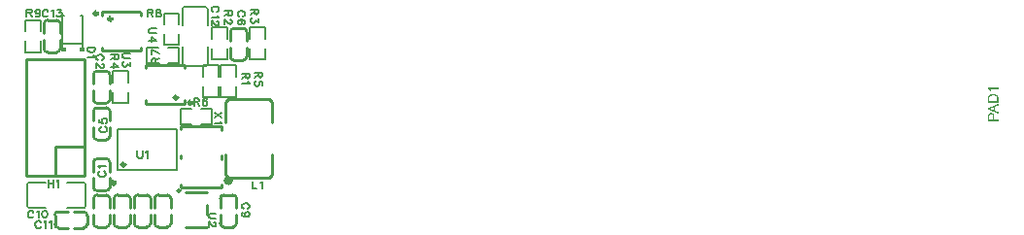
<source format=gto>
G04 Layer: TopSilkscreenLayer*
G04 EasyEDA Pro v1.9.26, 2022-12-23 16:25:00*
G04 Gerber Generator version 0.3*
G04 Scale: 100 percent, Rotated: No, Reflected: No*
G04 Dimensions in millimeters*
G04 Leading zeros omitted, absolute positions, 3 integers and 3 decimals*
%FSLAX33Y33*%
%MOMM*%
%ADD10C,0.1524*%
%ADD11C,0.254*%
%ADD12C,0.0254*%
%ADD13C,0.299999*%
%ADD14C,0.399999*%
G75*


G04 Text Start*
G04 //text: L1*
G54D10*
G01X21666Y-15568D02*
G01X21666Y-16218D01*
G01X21666Y-16218D02*
G01X22037Y-16218D01*
G01X22339Y-15692D02*
G01X22400Y-15659D01*
G01X22494Y-15568D01*
G01Y-16218D01*
G04 //text: C11*
G01X3208Y-19152D02*
G01X3178Y-19088D01*
G01X3114Y-19027D01*
G01X3053Y-18997D01*
G01X2929D01*
G01X2868Y-19027D01*
G01X2804Y-19088D01*
G01X2774Y-19152D01*
G01X2743Y-19243D01*
G01Y-19398D01*
G01X2774Y-19492D01*
G01X2804Y-19553D01*
G01X2868Y-19616D01*
G01X2929Y-19647D01*
G01X3053D01*
G01X3114Y-19616D01*
G01X3178Y-19553D01*
G01X3208Y-19492D01*
G01X3508Y-19121D02*
G01X3571Y-19088D01*
G01X3663Y-18997D01*
G01Y-19647D01*
G01X3965Y-19121D02*
G01X4026Y-19088D01*
G01X4120Y-18997D01*
G01Y-19647D01*
G04 //text: U1*
G01X11633Y-12901D02*
G01X11633Y-13365D01*
G01X11664Y-13457D01*
G01X11727Y-13520D01*
G01X11819Y-13551D01*
G01X11882D01*
G01X11974Y-13520D01*
G01X12035Y-13457D01*
G01X12068Y-13365D01*
G01Y-12901D01*
G01X12367Y-13025D02*
G01X12431Y-12992D01*
G01X12522Y-12901D01*
G01Y-13551D01*
G04 //text: C1*
G01X8362Y-14699D02*
G01X8299Y-14729D01*
G01X8238Y-14793D01*
G01X8207Y-14854D01*
G01Y-14978D01*
G01X8238Y-15039D01*
G01X8299Y-15103D01*
G01X8362Y-15133D01*
G01X8453Y-15164D01*
G01X8608D01*
G01X8702Y-15133D01*
G01X8763Y-15103D01*
G01X8827Y-15039D01*
G01X8857Y-14978D01*
G01Y-14854D01*
G01X8827Y-14793D01*
G01X8763Y-14729D01*
G01X8702Y-14699D01*
G01X8332Y-14399D02*
G01X8299Y-14336D01*
G01X8207Y-14244D01*
G01X8857D01*
G04 //text: C5*
G01X8482Y-10807D02*
G01X8419Y-10837D01*
G01X8358Y-10900D01*
G01X8327Y-10961D01*
G01Y-11086D01*
G01X8358Y-11147D01*
G01X8419Y-11210D01*
G01X8482Y-11241D01*
G01X8574Y-11271D01*
G01X8729D01*
G01X8822Y-11241D01*
G01X8883Y-11210D01*
G01X8947Y-11147D01*
G01X8977Y-11086D01*
G01Y-10961D01*
G01X8947Y-10900D01*
G01X8883Y-10837D01*
G01X8822Y-10807D01*
G01X8327Y-10133D02*
G01X8327Y-10443D01*
G01X8604Y-10474D01*
G01X8574Y-10443D01*
G01X8543Y-10352D01*
G01Y-10258D01*
G01X8574Y-10166D01*
G01X8637Y-10103D01*
G01X8729Y-10072D01*
G01X8792D01*
G01X8883Y-10103D01*
G01X8947Y-10166D01*
G01X8977Y-10258D01*
G01Y-10352D01*
G01X8947Y-10443D01*
G01X8914Y-10474D01*
G01X8853Y-10507D01*
G04 //text: R6*
G01X16586Y-8329D02*
G01X16586Y-8979D01*
G01X16586Y-8329D02*
G01X16866Y-8329D01*
G01X16957Y-8359D01*
G01X16988Y-8390D01*
G01X17021Y-8453D01*
G01Y-8514D01*
G01X16988Y-8575D01*
G01X16957Y-8606D01*
G01X16866Y-8639D01*
G01X16586D01*
G01X16802Y-8639D02*
G01X17021Y-8979D01*
G01X17691Y-8420D02*
G01X17661Y-8359D01*
G01X17569Y-8329D01*
G01X17506D01*
G01X17414Y-8359D01*
G01X17351Y-8453D01*
G01X17320Y-8606D01*
G01Y-8760D01*
G01X17351Y-8885D01*
G01X17414Y-8948D01*
G01X17506Y-8979D01*
G01X17536D01*
G01X17630Y-8948D01*
G01X17691Y-8885D01*
G01X17724Y-8793D01*
G01Y-8760D01*
G01X17691Y-8669D01*
G01X17630Y-8606D01*
G01X17536Y-8575D01*
G01X17506D01*
G01X17414Y-8606D01*
G01X17351Y-8669D01*
G01X17320Y-8760D01*
G04 //text: X1*
G01X18976Y-9601D02*
G01X18326Y-10036D01*
G01X18976Y-10036D02*
G01X18326Y-9601D01*
G01X18852Y-10335D02*
G01X18885Y-10399D01*
G01X18976Y-10490D01*
G01X18326D01*
G04 //text: U2*
G01X18468Y-18364D02*
G01X18004Y-18364D01*
G01X17912Y-18395D01*
G01X17849Y-18458D01*
G01X17818Y-18550D01*
G01Y-18613D01*
G01X17849Y-18705D01*
G01X17912Y-18766D01*
G01X18004Y-18799D01*
G01X18468D01*
G01X18313Y-19129D02*
G01X18344Y-19129D01*
G01X18407Y-19162D01*
G01X18438Y-19192D01*
G01X18468Y-19253D01*
G01Y-19378D01*
G01X18438Y-19439D01*
G01X18407Y-19469D01*
G01X18344Y-19502D01*
G01X18283D01*
G01X18222Y-19469D01*
G01X18128Y-19408D01*
G01X17818Y-19098D01*
G01Y-19533D01*
G04 //text: C9*
G01X21234Y-17940D02*
G01X21298Y-17910D01*
G01X21359Y-17846D01*
G01X21389Y-17785D01*
G01Y-17661D01*
G01X21359Y-17600D01*
G01X21298Y-17536D01*
G01X21234Y-17506D01*
G01X21143Y-17475D01*
G01X20988D01*
G01X20894Y-17506D01*
G01X20833Y-17536D01*
G01X20770Y-17600D01*
G01X20739Y-17661D01*
G01Y-17785D01*
G01X20770Y-17846D01*
G01X20833Y-17910D01*
G01X20894Y-17940D01*
G01X21173Y-18644D02*
G01X21079Y-18613D01*
G01X21019Y-18550D01*
G01X20988Y-18458D01*
G01Y-18425D01*
G01X21019Y-18334D01*
G01X21079Y-18273D01*
G01X21173Y-18240D01*
G01X21204D01*
G01X21298Y-18273D01*
G01X21359Y-18334D01*
G01X21389Y-18425D01*
G01Y-18458D01*
G01X21359Y-18550D01*
G01X21298Y-18613D01*
G01X21173Y-18644D01*
G01X21019D01*
G01X20864Y-18613D01*
G01X20770Y-18550D01*
G01X20739Y-18458D01*
G01Y-18395D01*
G01X20770Y-18303D01*
G01X20833Y-18273D01*
G04 //text: R7*
G01X12901Y-5258D02*
G01X13551Y-5258D01*
G01X12901Y-5258D02*
G01X12901Y-4978D01*
G01X12931Y-4887D01*
G01X12962Y-4856D01*
G01X13025Y-4823D01*
G01X13086D01*
G01X13147Y-4856D01*
G01X13178Y-4887D01*
G01X13211Y-4978D01*
G01Y-5258D01*
G01X13211Y-5042D02*
G01X13551Y-4823D01*
G01X12901Y-4089D02*
G01X13551Y-4399D01*
G01X12901Y-4524D02*
G01X12901Y-4089D01*
G04 //text: R8*
G01X12522Y-582D02*
G01X12522Y-1232D01*
G01X12522Y-582D02*
G01X12802Y-582D01*
G01X12893Y-612D01*
G01X12924Y-643D01*
G01X12957Y-706D01*
G01Y-767D01*
G01X12924Y-828D01*
G01X12893Y-859D01*
G01X12802Y-892D01*
G01X12522D01*
G01X12738Y-892D02*
G01X12957Y-1232D01*
G01X13411Y-582D02*
G01X13320Y-612D01*
G01X13287Y-673D01*
G01Y-737D01*
G01X13320Y-798D01*
G01X13381Y-828D01*
G01X13505Y-859D01*
G01X13597Y-892D01*
G01X13660Y-952D01*
G01X13691Y-1013D01*
G01Y-1107D01*
G01X13660Y-1168D01*
G01X13627Y-1201D01*
G01X13536Y-1232D01*
G01X13411D01*
G01X13320Y-1201D01*
G01X13287Y-1168D01*
G01X13256Y-1107D01*
G01Y-1013D01*
G01X13287Y-952D01*
G01X13350Y-892D01*
G01X13442Y-859D01*
G01X13566Y-828D01*
G01X13627Y-798D01*
G01X13660Y-737D01*
G01Y-673D01*
G01X13627Y-612D01*
G01X13536Y-582D01*
G01X13411D01*
G04 //text: C12*
G01X18567Y-795D02*
G01X18631Y-765D01*
G01X18692Y-701D01*
G01X18722Y-640D01*
G01Y-516D01*
G01X18692Y-455D01*
G01X18631Y-391D01*
G01X18567Y-361D01*
G01X18476Y-330D01*
G01X18321D01*
G01X18227Y-361D01*
G01X18166Y-391D01*
G01X18103Y-455D01*
G01X18072Y-516D01*
G01Y-640D01*
G01X18103Y-701D01*
G01X18166Y-765D01*
G01X18227Y-795D01*
G01X18598Y-1095D02*
G01X18631Y-1158D01*
G01X18722Y-1250D01*
G01X18072D01*
G01X18567Y-1582D02*
G01X18598Y-1582D01*
G01X18661Y-1613D01*
G01X18692Y-1643D01*
G01X18722Y-1707D01*
G01Y-1829D01*
G01X18692Y-1892D01*
G01X18661Y-1923D01*
G01X18598Y-1953D01*
G01X18537D01*
G01X18476Y-1923D01*
G01X18382Y-1862D01*
G01X18072Y-1552D01*
G01Y-1984D01*
G04 //text: C10*
G01X2573Y-18263D02*
G01X2543Y-18199D01*
G01X2479Y-18138D01*
G01X2418Y-18108D01*
G01X2294D01*
G01X2233Y-18138D01*
G01X2169Y-18199D01*
G01X2139Y-18263D01*
G01X2108Y-18354D01*
G01Y-18509D01*
G01X2139Y-18603D01*
G01X2169Y-18664D01*
G01X2233Y-18727D01*
G01X2294Y-18758D01*
G01X2418D01*
G01X2479Y-18727D01*
G01X2543Y-18664D01*
G01X2573Y-18603D01*
G01X2873Y-18232D02*
G01X2936Y-18199D01*
G01X3028Y-18108D01*
G01Y-18758D01*
G01X3515Y-18108D02*
G01X3421Y-18138D01*
G01X3360Y-18232D01*
G01X3330Y-18385D01*
G01Y-18478D01*
G01X3360Y-18633D01*
G01X3421Y-18727D01*
G01X3515Y-18758D01*
G01X3576D01*
G01X3670Y-18727D01*
G01X3731Y-18633D01*
G01X3762Y-18478D01*
G01Y-18385D01*
G01X3731Y-18232D01*
G01X3670Y-18138D01*
G01X3576Y-18108D01*
G01X3515D01*
G04 //text: C2*
G01X8534Y-4986D02*
G01X8598Y-4956D01*
G01X8659Y-4892D01*
G01X8689Y-4831D01*
G01Y-4707D01*
G01X8659Y-4646D01*
G01X8598Y-4582D01*
G01X8534Y-4552D01*
G01X8443Y-4521D01*
G01X8288D01*
G01X8194Y-4552D01*
G01X8133Y-4582D01*
G01X8070Y-4646D01*
G01X8039Y-4707D01*
G01Y-4831D01*
G01X8070Y-4892D01*
G01X8133Y-4956D01*
G01X8194Y-4986D01*
G01X8534Y-5319D02*
G01X8565Y-5319D01*
G01X8628Y-5349D01*
G01X8659Y-5380D01*
G01X8689Y-5441D01*
G01Y-5565D01*
G01X8659Y-5626D01*
G01X8628Y-5659D01*
G01X8565Y-5690D01*
G01X8504D01*
G01X8443Y-5659D01*
G01X8349Y-5596D01*
G01X8039Y-5286D01*
G01Y-5720D01*
G04 //text: R4*
G01X9959Y-4521D02*
G01X9309Y-4521D01*
G01X9959Y-4521D02*
G01X9959Y-4801D01*
G01X9929Y-4892D01*
G01X9898Y-4923D01*
G01X9835Y-4956D01*
G01X9774D01*
G01X9713Y-4923D01*
G01X9682Y-4892D01*
G01X9649Y-4801D01*
G01Y-4521D01*
G01X9649Y-4737D02*
G01X9309Y-4956D01*
G01X9959Y-5565D02*
G01X9528Y-5255D01*
G01Y-5720D01*
G01X9959Y-5565D02*
G01X9309Y-5565D01*
G04 //text: R2*
G01X19865Y-711D02*
G01X19215Y-711D01*
G01X19865Y-711D02*
G01X19865Y-991D01*
G01X19835Y-1082D01*
G01X19804Y-1113D01*
G01X19741Y-1146D01*
G01X19680D01*
G01X19619Y-1113D01*
G01X19588Y-1082D01*
G01X19555Y-991D01*
G01Y-711D01*
G01X19555Y-927D02*
G01X19215Y-1146D01*
G01X19710Y-1476D02*
G01X19741Y-1476D01*
G01X19804Y-1509D01*
G01X19835Y-1539D01*
G01X19865Y-1600D01*
G01Y-1725D01*
G01X19835Y-1786D01*
G01X19804Y-1816D01*
G01X19741Y-1849D01*
G01X19680D01*
G01X19619Y-1816D01*
G01X19525Y-1755D01*
G01X19215Y-1445D01*
G01Y-1880D01*
G04 //text: C6*
G01X20853Y-1176D02*
G01X20917Y-1146D01*
G01X20978Y-1082D01*
G01X21008Y-1021D01*
G01Y-897D01*
G01X20978Y-836D01*
G01X20917Y-772D01*
G01X20853Y-742D01*
G01X20762Y-711D01*
G01X20607D01*
G01X20513Y-742D01*
G01X20452Y-772D01*
G01X20389Y-836D01*
G01X20358Y-897D01*
G01Y-1021D01*
G01X20389Y-1082D01*
G01X20452Y-1146D01*
G01X20513Y-1176D01*
G01X20917Y-1849D02*
G01X20978Y-1816D01*
G01X21008Y-1725D01*
G01Y-1661D01*
G01X20978Y-1570D01*
G01X20884Y-1509D01*
G01X20731Y-1476D01*
G01X20577D01*
G01X20452Y-1509D01*
G01X20389Y-1570D01*
G01X20358Y-1661D01*
G01Y-1694D01*
G01X20389Y-1786D01*
G01X20452Y-1849D01*
G01X20544Y-1880D01*
G01X20577D01*
G01X20668Y-1849D01*
G01X20731Y-1786D01*
G01X20762Y-1694D01*
G01Y-1661D01*
G01X20731Y-1570D01*
G01X20668Y-1509D01*
G01X20577Y-1476D01*
G04 //text: R3*
G01X22151Y-584D02*
G01X21501Y-584D01*
G01X22151Y-584D02*
G01X22151Y-864D01*
G01X22121Y-955D01*
G01X22090Y-986D01*
G01X22027Y-1019D01*
G01X21966D01*
G01X21905Y-986D01*
G01X21874Y-955D01*
G01X21841Y-864D01*
G01Y-584D01*
G01X21841Y-800D02*
G01X21501Y-1019D01*
G01X22151Y-1382D02*
G01X22151Y-1722D01*
G01X21905Y-1534D01*
G01Y-1628D01*
G01X21874Y-1689D01*
G01X21841Y-1722D01*
G01X21750Y-1753D01*
G01X21687D01*
G01X21595Y-1722D01*
G01X21532Y-1659D01*
G01X21501Y-1567D01*
G01Y-1473D01*
G01X21532Y-1382D01*
G01X21565Y-1349D01*
G01X21626Y-1318D01*
G04 //text: R1*
G01X21389Y-6172D02*
G01X20739Y-6172D01*
G01X21389Y-6172D02*
G01X21389Y-6452D01*
G01X21359Y-6543D01*
G01X21328Y-6574D01*
G01X21265Y-6607D01*
G01X21204D01*
G01X21143Y-6574D01*
G01X21112Y-6543D01*
G01X21079Y-6452D01*
G01Y-6172D01*
G01X21079Y-6388D02*
G01X20739Y-6607D01*
G01X21265Y-6906D02*
G01X21298Y-6970D01*
G01X21389Y-7061D01*
G01X20739D01*
G04 //text: R5*
G01X22494Y-6083D02*
G01X21844Y-6083D01*
G01X22494Y-6083D02*
G01X22494Y-6363D01*
G01X22464Y-6454D01*
G01X22433Y-6485D01*
G01X22370Y-6518D01*
G01X22309D01*
G01X22248Y-6485D01*
G01X22217Y-6454D01*
G01X22184Y-6363D01*
G01Y-6083D01*
G01X22184Y-6299D02*
G01X21844Y-6518D01*
G01X22494Y-7188D02*
G01X22494Y-6881D01*
G01X22217Y-6848D01*
G01X22248Y-6881D01*
G01X22278Y-6972D01*
G01Y-7066D01*
G01X22248Y-7158D01*
G01X22184Y-7221D01*
G01X22093Y-7252D01*
G01X22029D01*
G01X21938Y-7221D01*
G01X21874Y-7158D01*
G01X21844Y-7066D01*
G01Y-6972D01*
G01X21874Y-6881D01*
G01X21908Y-6848D01*
G01X21968Y-6817D01*
G04 //text: D1*
G01X7927Y-3886D02*
G01X7277Y-3886D01*
G01X7927Y-3886D02*
G01X7927Y-4102D01*
G01X7897Y-4196D01*
G01X7836Y-4257D01*
G01X7772Y-4288D01*
G01X7681Y-4321D01*
G01X7526D01*
G01X7432Y-4288D01*
G01X7371Y-4257D01*
G01X7308Y-4196D01*
G01X7277Y-4102D01*
G01Y-3886D01*
G01X7803Y-4620D02*
G01X7836Y-4684D01*
G01X7927Y-4775D01*
G01X7277D01*
G04 //text: R9*
G01X1981Y-582D02*
G01X1981Y-1232D01*
G01X1981Y-582D02*
G01X2261Y-582D01*
G01X2352Y-612D01*
G01X2383Y-643D01*
G01X2416Y-706D01*
G01Y-767D01*
G01X2383Y-828D01*
G01X2352Y-859D01*
G01X2261Y-892D01*
G01X1981D01*
G01X2197Y-892D02*
G01X2416Y-1232D01*
G01X3119Y-798D02*
G01X3086Y-892D01*
G01X3025Y-952D01*
G01X2931Y-983D01*
G01X2901D01*
G01X2809Y-952D01*
G01X2746Y-892D01*
G01X2715Y-798D01*
G01Y-767D01*
G01X2746Y-673D01*
G01X2809Y-612D01*
G01X2901Y-582D01*
G01X2931D01*
G01X3025Y-612D01*
G01X3086Y-673D01*
G01X3119Y-798D01*
G01Y-952D01*
G01X3086Y-1107D01*
G01X3025Y-1201D01*
G01X2931Y-1232D01*
G01X2870D01*
G01X2779Y-1201D01*
G01X2746Y-1138D01*
G04 //text: C13*
G01X3843Y-737D02*
G01X3813Y-673D01*
G01X3749Y-612D01*
G01X3688Y-582D01*
G01X3564D01*
G01X3503Y-612D01*
G01X3439Y-673D01*
G01X3409Y-737D01*
G01X3378Y-828D01*
G01Y-983D01*
G01X3409Y-1077D01*
G01X3439Y-1138D01*
G01X3503Y-1201D01*
G01X3564Y-1232D01*
G01X3688D01*
G01X3749Y-1201D01*
G01X3813Y-1138D01*
G01X3843Y-1077D01*
G01X4143Y-706D02*
G01X4206Y-673D01*
G01X4298Y-582D01*
G01Y-1232D01*
G01X4661Y-582D02*
G01X5001Y-582D01*
G01X4816Y-828D01*
G01X4910D01*
G01X4971Y-859D01*
G01X5001Y-892D01*
G01X5032Y-983D01*
G01Y-1046D01*
G01X5001Y-1138D01*
G01X4940Y-1201D01*
G01X4846Y-1232D01*
G01X4755D01*
G01X4661Y-1201D01*
G01X4630Y-1168D01*
G01X4600Y-1107D01*
G04 //text: H1*
G01X3886Y-15441D02*
G01X3886Y-16091D01*
G01X4321Y-15441D02*
G01X4321Y-16091D01*
G01X3886Y-15751D02*
G01X4321Y-15751D01*
G01X4620Y-15565D02*
G01X4684Y-15532D01*
G01X4775Y-15441D01*
G01Y-16091D01*
G04 //text: U3*
G01X10975Y-4394D02*
G01X10511Y-4394D01*
G01X10419Y-4425D01*
G01X10356Y-4488D01*
G01X10325Y-4580D01*
G01Y-4643D01*
G01X10356Y-4735D01*
G01X10419Y-4796D01*
G01X10511Y-4829D01*
G01X10975D01*
G01X10975Y-5192D02*
G01X10975Y-5532D01*
G01X10729Y-5344D01*
G01Y-5438D01*
G01X10698Y-5499D01*
G01X10665Y-5532D01*
G01X10574Y-5563D01*
G01X10511D01*
G01X10419Y-5532D01*
G01X10356Y-5469D01*
G01X10325Y-5377D01*
G01Y-5283D01*
G01X10356Y-5192D01*
G01X10389Y-5159D01*
G01X10450Y-5128D01*
G04 //text: U4*
G01X13261Y-2235D02*
G01X12797Y-2235D01*
G01X12705Y-2266D01*
G01X12642Y-2329D01*
G01X12611Y-2421D01*
G01Y-2484D01*
G01X12642Y-2576D01*
G01X12705Y-2637D01*
G01X12797Y-2670D01*
G01X13261D01*
G01X13261Y-3279D02*
G01X12830Y-2969D01*
G01Y-3434D01*
G01X13261Y-3279D02*
G01X12611Y-3279D01*
G04 //text: PAD1*
G36*
G01X85754Y-7417D02*
G01X85754Y-7494D01*
G01X85763Y-7498D01*
G01X85768Y-7500D01*
G01X85772Y-7502D01*
G01X85777Y-7504D01*
G01X85794Y-7517D01*
G01X85805Y-7524D01*
G01X85809Y-7529D01*
G01X85819Y-7537D01*
G01X85825Y-7542D01*
G01X85833Y-7547D01*
G01X85838Y-7552D01*
G01X85844Y-7560D01*
G01X85849Y-7565D01*
G01X85857Y-7571D01*
G01X85864Y-7579D01*
G01X85868Y-7584D01*
G01X85874Y-7588D01*
G01X85876Y-7591D01*
G01X85877Y-7593D01*
G01X85880Y-7599D01*
G01X85881Y-7601D01*
G01X85889Y-7607D01*
G01X85893Y-7612D01*
G01X85895Y-7617D01*
G01X85899Y-7623D01*
G01X85907Y-7629D01*
G01X85908Y-7631D01*
G01X85910Y-7637D01*
G01X85913Y-7642D01*
G01X85920Y-7649D01*
G01X85925Y-7657D01*
G01X85944Y-7688D01*
G01X85956Y-7707D01*
G01X85960Y-7714D01*
G01X85963Y-7722D01*
G01X85968Y-7733D01*
G01X85972Y-7740D01*
G01X85977Y-7747D01*
G01X85981Y-7752D01*
G01X85983Y-7753D01*
G01X85986D01*
G01X85990Y-7754D01*
G01X86004Y-7755D01*
G01X86036Y-7756D01*
G01X86064Y-7755D01*
G01X86076Y-7754D01*
G01X86083Y-7753D01*
G01X86085Y-7752D01*
G01X86087D01*
G01Y-7751D01*
G01X86088D01*
G01X86089Y-7750D01*
G01X86088Y-7743D01*
G01X86080Y-7726D01*
G01X86077Y-7719D01*
G01X86069Y-7700D01*
G01X86066Y-7693D01*
G01X86062Y-7686D01*
G01X86058Y-7678D01*
G01X86050Y-7664D01*
G01X86043Y-7651D01*
G01X86035Y-7637D01*
G01X86021Y-7615D01*
G01X86014Y-7604D01*
G01X86004Y-7590D01*
G01X85994Y-7574D01*
G01X85990Y-7568D01*
G01X85983Y-7560D01*
G01X85978Y-7554D01*
G01X85974Y-7549D01*
G01X85969Y-7545D01*
G01X85967Y-7543D01*
G01Y-7541D01*
G01Y-7538D01*
G01X85969Y-7537D01*
G01X85973D01*
G01X86002Y-7535D01*
G01X86317Y-7532D01*
G01X86666D01*
G01Y-7417D01*
G37*
G36*
G01X86202Y-7959D02*
G01X86147Y-7960D01*
G01X86138Y-7961D01*
G01X86136D01*
G01X86133Y-7962D01*
G01X86125Y-7963D01*
G01X86109Y-7964D01*
G01X86103Y-7965D01*
G01X86098Y-7966D01*
G01X86088Y-7968D01*
G01X86068Y-7971D01*
G01X86056Y-7974D01*
G01X86048Y-7976D01*
G01X86037Y-7978D01*
G01X86032Y-7979D01*
G01X86027Y-7981D01*
G01X86019Y-7984D01*
G01X86010Y-7987D01*
G01X85997Y-7991D01*
G01X85989Y-7994D01*
G01X85978Y-7999D01*
G01X85971Y-8002D01*
G01X85958Y-8008D01*
G01X85943Y-8015D01*
G01X85936Y-8019D01*
G01X85917Y-8030D01*
G01X85902Y-8040D01*
G01X85891Y-8048D01*
G01X85867Y-8067D01*
G01X85863Y-8071D01*
G01X85859Y-8074D01*
G01X85855Y-8079D01*
G01X85851Y-8083D01*
G01X85847Y-8088D01*
G01X85841Y-8092D01*
G01X85839Y-8095D01*
G01X85837Y-8098D01*
G01X85831Y-8109D01*
G01X85828Y-8112D01*
G01X85821Y-8120D01*
G01X85811Y-8135D01*
G01X85808Y-8141D01*
G01X85800Y-8155D01*
G01X85794Y-8165D01*
G01X85792Y-8171D01*
G01X85788Y-8182D01*
G01X85784Y-8188D01*
G01X85781Y-8196D01*
G01X85780Y-8200D01*
G01X85778Y-8211D01*
G01X85776Y-8216D01*
G01X85775Y-8221D01*
G01X85771Y-8230D01*
G01X85770Y-8235D01*
G01X85768Y-8242D01*
G01X85764Y-8272D01*
G01X85762Y-8284D01*
G01Y-8291D01*
G01X85761Y-8305D01*
G01X85760Y-8310D01*
G01X85759Y-8313D01*
G01Y-8327D01*
G01X85758Y-8516D01*
G01Y-8590D01*
G01X85865D01*
G01Y-8469D01*
G01X85867Y-8351D01*
G01Y-8343D01*
G01Y-8342D01*
G01X85868Y-8339D01*
G01X85869Y-8334D01*
G01Y-8319D01*
G01Y-8308D01*
G01X85870Y-8300D01*
G01X85872Y-8293D01*
G01X85874Y-8283D01*
G01X85876Y-8270D01*
G01X85877Y-8265D01*
G01X85880Y-8258D01*
G01X85884Y-8248D01*
G01X85888Y-8237D01*
G01X85891Y-8230D01*
G01X85896Y-8220D01*
G01X85902Y-8209D01*
G01X85905Y-8205D01*
G01X85911Y-8196D01*
G01X85915Y-8191D01*
G01X85919Y-8188D01*
G01X85924Y-8184D01*
G01X85928Y-8180D01*
G01X85933Y-8176D01*
G01X85939Y-8168D01*
G01X85944Y-8164D01*
G01X85952Y-8157D01*
G01X85961Y-8150D01*
G01X85977Y-8138D01*
G01X85985Y-8133D01*
G01X85990Y-8131D01*
G01X86001Y-8126D01*
G01X86008Y-8122D01*
G01X86017Y-8117D01*
G01X86025Y-8113D01*
G01X86044Y-8107D01*
G01X86055Y-8103D01*
G01X86063Y-8101D01*
G01X86080Y-8098D01*
G01X86090Y-8095D01*
G01X86102Y-8093D01*
G01X86110Y-8092D01*
G01X86131Y-8089D01*
G01X86140Y-8088D01*
G01X86160Y-8087D01*
G01X86212Y-8086D01*
G01X86273Y-8087D01*
G01X86281Y-8088D01*
G01X86283D01*
G01X86286Y-8089D01*
G01X86293Y-8090D01*
G01X86307Y-8091D01*
G01X86327Y-8095D01*
G01X86342Y-8097D01*
G01X86348Y-8099D01*
G01X86356Y-8101D01*
G01X86362Y-8104D01*
G01X86367Y-8105D01*
G01X86372Y-8107D01*
G01X86382Y-8109D01*
G01X86389Y-8111D01*
G01X86393Y-8112D01*
G01X86401Y-8117D01*
G01X86412Y-8120D01*
G01X86418Y-8123D01*
G01X86428Y-8129D01*
G01X86441Y-8135D01*
G01X86446Y-8137D01*
G01X86450Y-8139D01*
G01X86468Y-8152D01*
G01X86475Y-8157D01*
G01X86484Y-8165D01*
G01X86490Y-8169D01*
G01X86495Y-8174D01*
G01X86500Y-8182D01*
G01X86506Y-8189D01*
G01X86508Y-8191D01*
G01X86514Y-8200D01*
G01X86527Y-8222D01*
G01X86531Y-8231D01*
G01X86538Y-8249D01*
G01X86539Y-8252D01*
G01X86546Y-8277D01*
G01X86549Y-8286D01*
G01X86550Y-8292D01*
G01X86551Y-8302D01*
G01X86552Y-8308D01*
G01X86553Y-8315D01*
G01X86554Y-8319D01*
G01X86555Y-8340D01*
G01Y-8346D01*
G01X86556Y-8350D01*
G01X86557Y-8353D01*
G01X86558Y-8400D01*
G01Y-8471D01*
G01X86557Y-8582D01*
G01Y-8588D01*
G01X86556D01*
G01Y-8589D01*
G01X86555D01*
G01X86327Y-8590D01*
G01X85865D01*
G01X85758D01*
G01Y-8714D01*
G01X86666D01*
G01Y-8510D01*
G01X86664Y-8305D01*
G01Y-8301D01*
G01Y-8300D01*
G01X86663Y-8297D01*
G01X86662Y-8290D01*
G01X86661Y-8279D01*
G01X86659Y-8270D01*
G01X86657Y-8259D01*
G01X86655Y-8245D01*
G01X86654Y-8238D01*
G01X86651Y-8231D01*
G01X86649Y-8225D01*
G01X86647Y-8220D01*
G01X86645Y-8215D01*
G01X86643Y-8204D01*
G01X86642Y-8199D01*
G01X86640Y-8195D01*
G01X86634Y-8180D01*
G01X86631Y-8173D01*
G01X86625Y-8159D01*
G01X86620Y-8148D01*
G01X86606Y-8127D01*
G01X86602Y-8120D01*
G01X86598Y-8114D01*
G01X86591Y-8107D01*
G01X86587Y-8101D01*
G01X86582Y-8096D01*
G01X86574Y-8090D01*
G01X86568Y-8082D01*
G01X86563Y-8077D01*
G01X86555Y-8071D01*
G01X86551Y-8065D01*
G01X86548Y-8062D01*
G01X86546Y-8060D01*
G01X86543Y-8059D01*
G01X86538Y-8056D01*
G01X86535Y-8055D01*
G01X86529Y-8047D01*
G01X86524Y-8043D01*
G01X86518Y-8041D01*
G01X86512Y-8037D01*
G01X86504Y-8031D01*
G01X86500Y-8029D01*
G01X86495Y-8027D01*
G01X86484Y-8022D01*
G01X86477Y-8018D01*
G01X86469Y-8013D01*
G01X86446Y-8004D01*
G01X86436Y-7999D01*
G01X86424Y-7994D01*
G01X86400Y-7986D01*
G01X86375Y-7979D01*
G01X86365Y-7976D01*
G01X86355Y-7974D01*
G01X86337Y-7971D01*
G01X86325Y-7968D01*
G01X86314Y-7966D01*
G01X86306Y-7965D01*
G01X86287Y-7963D01*
G01X86274D01*
G01X86268Y-7961D01*
G01X86265D01*
G01X86255Y-7960D01*
G37*
G36*
G01X86666Y-8806D02*
G01X86598Y-8833D01*
G01X86585Y-8839D01*
G01X86575Y-8844D01*
G01X86562Y-8848D01*
G01X86552Y-8852D01*
G01X86536Y-8859D01*
G01X86524Y-8864D01*
G01X86515Y-8867D01*
G01X86508Y-8871D01*
G01X86503Y-8873D01*
G01X86496Y-8876D01*
G01X86485Y-8880D01*
G01X86471Y-8886D01*
G01X86458Y-8891D01*
G01X86447Y-8895D01*
G01X86429Y-8903D01*
G01X86421Y-8906D01*
G01X86344Y-8937D01*
G01X86331Y-8943D01*
G01X86321Y-8947D01*
G01X86308Y-8952D01*
G01X86298Y-8956D01*
G01X86282Y-8963D01*
G01X86270Y-8968D01*
G01X86261Y-8971D01*
G01X86254Y-8974D01*
G01X86249Y-8977D01*
G01X86242Y-8980D01*
G01X86231Y-8983D01*
G01X86217Y-8990D01*
G01X86204Y-8995D01*
G01X86193Y-8998D01*
G01X86175Y-9007D01*
G01X86167Y-9010D01*
G01X86090Y-9041D01*
G01X86077Y-9046D01*
G01X86067Y-9052D01*
G01X86054Y-9056D01*
G01X86044Y-9060D01*
G01X86028Y-9067D01*
G01X86016Y-9071D01*
G01X86007Y-9074D01*
G01X86000Y-9078D01*
G01X85995Y-9081D01*
G01X85988Y-9084D01*
G01X85977Y-9088D01*
G01X85963Y-9094D01*
G01X85950Y-9098D01*
G01X85939Y-9102D01*
G01X85921Y-9111D01*
G01X85913Y-9114D01*
G01X85836Y-9145D01*
G01X85823Y-9151D01*
G01X85813Y-9155D01*
G01X85800Y-9160D01*
G01X85790Y-9164D01*
G01X85765Y-9175D01*
G01X85764Y-9178D01*
G01X85762Y-9181D01*
G01X85761Y-9187D01*
G01X85760Y-9195D01*
G01X85758Y-9216D01*
G01Y-9245D01*
G01Y-9249D01*
G01X85875D01*
G01Y-9247D01*
G01X85876Y-9244D01*
G01X85879Y-9242D01*
G01X85882Y-9240D01*
G01X85891Y-9238D01*
G01X85900Y-9235D01*
G01X85912Y-9230D01*
G01X85926Y-9226D01*
G01X85934Y-9223D01*
G01X85946Y-9218D01*
G01X85960Y-9215D01*
G01X85969Y-9212D01*
G01X85981Y-9207D01*
G01X85992Y-9203D01*
G01X86000Y-9200D01*
G01X86012Y-9195D01*
G01X86023Y-9192D01*
G01X86031Y-9189D01*
G01X86043Y-9184D01*
G01X86054Y-9180D01*
G01X86062Y-9178D01*
G01X86073Y-9172D01*
G01X86085Y-9168D01*
G01X86092Y-9166D01*
G01X86104Y-9161D01*
G01X86116Y-9157D01*
G01X86123Y-9154D01*
G01X86135Y-9149D01*
G01X86146Y-9146D01*
G01X86154Y-9142D01*
G01X86165Y-9137D01*
G01X86177Y-9134D01*
G01X86185Y-9131D01*
G01X86196Y-9126D01*
G01X86208Y-9123D01*
G01X86216Y-9120D01*
G01X86227Y-9115D01*
G01X86239Y-9111D01*
G01X86246Y-9108D01*
G01X86258Y-9103D01*
G01X86270Y-9099D01*
G01X86277Y-9096D01*
G01X86284Y-9093D01*
G01X86287D01*
G01X86289Y-9094D01*
G01X86290Y-9097D01*
G01X86291Y-9100D01*
G01X86292Y-9245D01*
G01X86291Y-9382D01*
G01Y-9388D01*
G01Y-9389D01*
G01X86290D01*
G01X86289Y-9390D01*
G01X86287D01*
G01X86279Y-9389D01*
G01X86270Y-9387D01*
G01X86254Y-9380D01*
G01X86243Y-9377D01*
G01X86235Y-9374D01*
G01X86223Y-9369D01*
G01X86212Y-9365D01*
G01X86204Y-9362D01*
G01X86192Y-9357D01*
G01X86181Y-9353D01*
G01X86173Y-9350D01*
G01X86162Y-9345D01*
G01X86150Y-9342D01*
G01X86143Y-9339D01*
G01X86131Y-9334D01*
G01X86119Y-9330D01*
G01X86112Y-9327D01*
G01X86100Y-9322D01*
G01X86089Y-9319D01*
G01X86081Y-9316D01*
G01X86069Y-9311D01*
G01X86058Y-9307D01*
G01X86050Y-9305D01*
G01X86042Y-9300D01*
G01X86033Y-9298D01*
G01X86020Y-9294D01*
G01X86005Y-9288D01*
G01X85992Y-9283D01*
G01X85967Y-9276D01*
G01X85913Y-9260D01*
G01X85903Y-9257D01*
G01X85893Y-9255D01*
G01X85881Y-9253D01*
G01X85878Y-9252D01*
G01X85877D01*
G01X85876Y-9251D01*
G01X85875Y-9249D01*
G01X85758D01*
G01Y-9310D01*
G01X85769Y-9314D01*
G01X85780Y-9318D01*
G01X85795Y-9325D01*
G01X85808Y-9329D01*
G01X85826Y-9336D01*
G01X85848Y-9345D01*
G01X85866Y-9352D01*
G01X85880Y-9356D01*
G01X85895Y-9363D01*
G01X85908Y-9368D01*
G01X85926Y-9375D01*
G01X85948Y-9383D01*
G01X85966Y-9390D01*
G01X85980Y-9395D01*
G01X85995Y-9402D01*
G01X86008Y-9407D01*
G01X86026Y-9413D01*
G01X86048Y-9422D01*
G01X86066Y-9428D01*
G01X86080Y-9434D01*
G01X86095Y-9440D01*
G01X86108Y-9445D01*
G01X86126Y-9452D01*
G01X86148Y-9460D01*
G01X86166Y-9467D01*
G01X86180Y-9472D01*
G01X86192Y-9477D01*
G01X86200Y-9480D01*
G01X86212Y-9484D01*
G01X86226Y-9490D01*
G01X86239Y-9495D01*
G01X86257Y-9502D01*
G01X86279Y-9510D01*
G01X86298Y-9517D01*
G01X86311Y-9522D01*
G01X86326Y-9529D01*
G01X86339Y-9534D01*
G01X86357Y-9540D01*
G01X86379Y-9549D01*
G01X86398Y-9555D01*
G01X86411Y-9561D01*
G01X86426Y-9567D01*
G01X86439Y-9572D01*
G01X86458Y-9579D01*
G01X86479Y-9587D01*
G01X86498Y-9594D01*
G01X86511Y-9599D01*
G01X86526Y-9606D01*
G01X86539Y-9610D01*
G01X86558Y-9617D01*
G01X86579Y-9626D01*
G01X86598Y-9633D01*
G01X86611Y-9637D01*
G01X86626Y-9644D01*
G01X86639Y-9649D01*
G01X86650Y-9653D01*
G01X86658Y-9657D01*
G01X86666Y-9661D01*
G01Y-9530D01*
G01X86654Y-9526D01*
G01X86635Y-9519D01*
G01X86615Y-9511D01*
G01X86593Y-9504D01*
G01X86572Y-9496D01*
G01X86551Y-9488D01*
G01X86530Y-9480D01*
G01X86508Y-9473D01*
G01X86488Y-9465D01*
G01X86466Y-9457D01*
G01X86445Y-9450D01*
G01X86424Y-9442D01*
G01X86393Y-9429D01*
G01Y-9053D01*
G01X86402Y-9048D01*
G01X86420Y-9042D01*
G01X86434Y-9037D01*
G01X86449Y-9030D01*
G01X86462Y-9026D01*
G01X86480Y-9019D01*
G01X86502Y-9010D01*
G01X86521Y-9003D01*
G01X86534Y-8998D01*
G01X86549Y-8992D01*
G01X86562Y-8987D01*
G01X86580Y-8980D01*
G01X86602Y-8971D01*
G01X86621Y-8965D01*
G01X86634Y-8960D01*
G01X86658Y-8948D01*
G01X86660Y-8946D01*
G01X86661Y-8942D01*
G01X86663Y-8936D01*
G01X86665Y-8918D01*
G01X86666Y-8875D01*
G37*
G36*
G01X86013Y-9615D02*
G01X86006Y-9617D01*
G01X86001D01*
G01X85978Y-9618D01*
G01X85971Y-9619D01*
G01X85964Y-9621D01*
G01X85956Y-9623D01*
G01X85940Y-9626D01*
G01X85933Y-9628D01*
G01X85917Y-9633D01*
G01X85904Y-9639D01*
G01X85900Y-9641D01*
G01X85890Y-9647D01*
G01X85882Y-9651D01*
G01X85863Y-9662D01*
G01X85856Y-9667D01*
G01X85844Y-9676D01*
G01X85840Y-9679D01*
G01X85836Y-9683D01*
G01X85832Y-9688D01*
G01X85829Y-9692D01*
G01X85824Y-9697D01*
G01X85818Y-9701D01*
G01X85814Y-9706D01*
G01X85812Y-9711D01*
G01X85811Y-9714D01*
G01X85809Y-9716D01*
G01X85806Y-9720D01*
G01X85802Y-9726D01*
G01X85800Y-9730D01*
G01X85792Y-9745D01*
G01X85787Y-9756D01*
G01X85784Y-9762D01*
G01X85778Y-9781D01*
G01X85774Y-9792D01*
G01X85772Y-9801D01*
G01X85769Y-9817D01*
G01X85766Y-9828D01*
G01X85764Y-9839D01*
G01X85763Y-9847D01*
G01X85760Y-9882D01*
G01X85759Y-9895D01*
G01X85758Y-10105D01*
G01Y-10187D01*
G01X85865D01*
G01Y-10043D01*
G01X85867Y-9900D01*
G01Y-9894D01*
G01Y-9893D01*
G01X85868Y-9890D01*
G01X85869Y-9886D01*
G01Y-9865D01*
G01X85870Y-9858D01*
G01X85871Y-9855D01*
G01X85877Y-9837D01*
G01X85881Y-9826D01*
G01X85883Y-9821D01*
G01X85887Y-9816D01*
G01X85896Y-9801D01*
G01X85900Y-9796D01*
G01X85908Y-9789D01*
G01X85913Y-9785D01*
G01X85918Y-9779D01*
G01X85920Y-9776D01*
G01X85923Y-9774D01*
G01X85934Y-9768D01*
G01X85943Y-9762D01*
G01X85947Y-9760D01*
G01X85956Y-9757D01*
G01X85966Y-9753D01*
G01X85979Y-9749D01*
G01X85985Y-9747D01*
G01X85991Y-9746D01*
G01X85997Y-9745D01*
G01X86006D01*
G01X86014Y-9744D01*
G01X86017Y-9743D01*
G01X86021Y-9742D01*
G01X86032D01*
G01X86040Y-9743D01*
G01X86069Y-9747D01*
G01X86075Y-9748D01*
G01X86080Y-9750D01*
G01X86085Y-9751D01*
G01X86099Y-9758D01*
G01X86111Y-9763D01*
G01X86116Y-9765D01*
G01X86120Y-9768D01*
G01X86125Y-9772D01*
G01X86129Y-9776D01*
G01X86133Y-9779D01*
G01X86137Y-9784D01*
G01X86141Y-9788D01*
G01X86146Y-9793D01*
G01X86151Y-9797D01*
G01X86153Y-9799D01*
G01X86155Y-9802D01*
G01X86157Y-9807D01*
G01X86160Y-9814D01*
G01X86163Y-9820D01*
G01X86165Y-9824D01*
G01X86170Y-9833D01*
G01X86177Y-9857D01*
G01X86179Y-9863D01*
G01X86180Y-9869D01*
G01X86182Y-9881D01*
G01X86187Y-9916D01*
G01Y-9921D01*
G01X86189Y-10027D01*
G01Y-10057D01*
G01X86187Y-10178D01*
G01Y-10185D01*
G01Y-10186D01*
G01X86184D01*
G01X86025Y-10187D01*
G01X85865D01*
G01X85758D01*
G01Y-10311D01*
G01X86666D01*
G01Y-10187D01*
G01X86297D01*
G01Y-10036D01*
G01X86295Y-9885D01*
G01X86294Y-9879D01*
G01X86293Y-9875D01*
G01X86292Y-9867D01*
G01Y-9854D01*
G01X86291Y-9849D01*
G01X86289Y-9844D01*
G01X86288Y-9834D01*
G01X86285Y-9816D01*
G01X86283Y-9808D01*
G01X86270Y-9768D01*
G01X86267Y-9760D01*
G01X86262Y-9753D01*
G01X86258Y-9744D01*
G01X86252Y-9731D01*
G01X86249Y-9726D01*
G01X86247Y-9723D01*
G01X86241Y-9715D01*
G01X86237Y-9709D01*
G01X86232Y-9705D01*
G01X86224Y-9698D01*
G01X86217Y-9690D01*
G01X86213Y-9686D01*
G01X86205Y-9679D01*
G01X86198Y-9674D01*
G01X86195Y-9671D01*
G01X86187Y-9666D01*
G01X86156Y-9647D01*
G01X86151Y-9644D01*
G01X86147Y-9642D01*
G01X86143Y-9640D01*
G01X86131Y-9637D01*
G01X86119Y-9632D01*
G01X86115Y-9630D01*
G01X86110Y-9629D01*
G01X86094Y-9626D01*
G01X86083Y-9623D01*
G01X86073Y-9621D01*
G01X86067Y-9620D01*
G01X86047Y-9618D01*
G01X86031D01*
G01X86025Y-9617D01*
G01X86021Y-9616D01*
G01X86018Y-9615D01*
G37*
G04 Text End*

G04 PolygonModel Start*
G54D11*
G01X19304Y-10415D02*
G01X19304Y-8637D01*
G01X19304Y-8637D02*
G01X19558Y-8383D01*
G01X19558Y-8383D02*
G01X23114Y-8383D01*
G01X23114Y-8383D02*
G01X23368Y-8637D01*
G01X23368Y-8637D02*
G01X23368Y-10410D01*
G01X23368Y-13207D02*
G01X23368Y-14985D01*
G01X23368Y-14985D02*
G01X23114Y-15239D01*
G01X23114Y-15239D02*
G01X19558Y-15239D01*
G01X19558Y-15239D02*
G01X19304Y-14985D01*
G01X19304Y-14985D02*
G01X19304Y-13212D01*
G01X7232Y-18523D02*
G01X7232Y-19323D01*
G01X6122Y-18213D02*
G01X6922Y-18213D01*
G01X6122Y-19633D02*
G01X6922Y-19633D01*
G01X5546Y-18208D02*
G01X4746Y-18208D01*
G01X4437Y-18517D02*
G01X4437Y-19317D01*
G01X5546Y-19627D02*
G01X4746Y-19627D01*
G01X4436Y-18517D02*
G02X4746Y-18208I310J0D01*
G01X4746Y-19627D02*
G02X4436Y-19317I-0J310D01*
G01X6922Y-18213D02*
G02X7232Y-18523I0J-310D01*
G01X7232Y-19323D02*
G02X6922Y-19633I-310J0D01*
G54D10*
G01X9870Y-14598D02*
G01X9870Y-11055D01*
G01X9870Y-11055D02*
G01X15022Y-11055D01*
G01X15022Y-11055D02*
G01X15022Y-14598D01*
G01X15022Y-14598D02*
G01X9870Y-14598D01*
G54D11*
G01X8115Y-13596D02*
G01X8915Y-13596D01*
G01X7805Y-14706D02*
G01X7805Y-13906D01*
G01X9224Y-14706D02*
G01X9224Y-13906D01*
G01X7799Y-15282D02*
G01X7799Y-16082D01*
G01X8109Y-16391D02*
G01X8909Y-16391D01*
G01X9219Y-15282D02*
G01X9219Y-16082D01*
G01X8109Y-16392D02*
G02X7799Y-16082I0J310D01*
G01X9219Y-16082D02*
G02X8909Y-16392I-310J-0D01*
G01X7805Y-13906D02*
G02X8115Y-13596I310J0D01*
G01X8915Y-13596D02*
G02X9224Y-13906I0J-310D01*
G01X9890Y-16755D02*
G01X10690Y-16755D01*
G01X9580Y-17865D02*
G01X9580Y-17065D01*
G01X11000Y-17865D02*
G01X11000Y-17065D01*
G01X9574Y-18441D02*
G01X9574Y-19241D01*
G01X9884Y-19551D02*
G01X10684Y-19551D01*
G01X10994Y-18441D02*
G01X10994Y-19241D01*
G01X9884Y-19551D02*
G02X9574Y-19241I0J310D01*
G01X10994Y-19241D02*
G02X10684Y-19551I-310J-0D01*
G01X9580Y-17065D02*
G02X9890Y-16755I310J0D01*
G01X10690Y-16755D02*
G02X11000Y-17065I0J-310D01*
G01X8909Y-19551D02*
G01X8109Y-19551D01*
G01X9219Y-18441D02*
G01X9219Y-19241D01*
G01X7799Y-18441D02*
G01X7799Y-19241D01*
G01X9224Y-17865D02*
G01X9224Y-17065D01*
G01X8915Y-16756D02*
G01X8115Y-16756D01*
G01X7805Y-17865D02*
G01X7805Y-17065D01*
G01X8915Y-16755D02*
G02X9224Y-17065I0J-310D01*
G01X7805Y-17065D02*
G02X8115Y-16755I310J0D01*
G01X9219Y-19241D02*
G02X8909Y-19551I-310J-0D01*
G01X8109Y-19551D02*
G02X7799Y-19241I0J310D01*
G01X11665Y-16755D02*
G01X12465Y-16755D01*
G01X11355Y-17865D02*
G01X11355Y-17065D01*
G01X12775Y-17865D02*
G01X12775Y-17065D01*
G01X11350Y-18441D02*
G01X11350Y-19241D01*
G01X11659Y-19551D02*
G01X12459Y-19551D01*
G01X12769Y-18441D02*
G01X12769Y-19241D01*
G01X11659Y-19551D02*
G02X11350Y-19241I0J310D01*
G01X12769Y-19241D02*
G02X12459Y-19551I-310J-0D01*
G01X11355Y-17065D02*
G02X11665Y-16755I310J0D01*
G01X12465Y-16755D02*
G02X12775Y-17065I0J-310D01*
G01X8115Y-9151D02*
G01X8915Y-9151D01*
G01X7805Y-10261D02*
G01X7805Y-9461D01*
G01X9224Y-10261D02*
G01X9224Y-9461D01*
G01X7799Y-10837D02*
G01X7799Y-11637D01*
G01X8109Y-11946D02*
G01X8909Y-11946D01*
G01X9219Y-10837D02*
G01X9219Y-11637D01*
G01X8109Y-11947D02*
G02X7799Y-11637I0J310D01*
G01X9219Y-11637D02*
G02X8909Y-11947I-310J-0D01*
G01X7805Y-9461D02*
G02X8115Y-9151I310J0D01*
G01X8915Y-9151D02*
G02X9224Y-9461I0J-310D01*
G54D10*
G01X17190Y-10567D02*
G01X18149Y-10567D01*
G01X18149Y-10567D02*
G01X18149Y-9245D01*
G01X18149Y-9245D02*
G01X17190Y-9245D01*
G01X16338Y-10567D02*
G01X15379Y-10567D01*
G01X15379Y-10567D02*
G01X15379Y-9245D01*
G01X15379Y-9245D02*
G01X16338Y-9245D01*
G54D11*
G01X18974Y-15849D02*
G01X18974Y-16111D01*
G01X18974Y-16111D02*
G01X18720Y-16111D01*
G01X18974Y-13309D02*
G01X18974Y-13615D01*
G01X15418Y-11061D02*
G01X15418Y-10777D01*
G01X15418Y-10777D02*
G01X18974Y-10777D01*
G01X18974Y-10777D02*
G01X18974Y-11075D01*
G01X15418Y-13601D02*
G01X15418Y-13323D01*
G01X18720Y-16111D02*
G01X15418Y-16111D01*
G01X15418Y-16111D02*
G01X15418Y-15863D01*
G01X17662Y-16485D02*
G01X15862Y-16485D01*
G01X17662Y-17635D02*
G01X17662Y-18435D01*
G01X17662Y-19585D02*
G01X15862Y-19585D01*
G01X19156Y-16755D02*
G01X19956Y-16755D01*
G01X18846Y-17865D02*
G01X18846Y-17065D01*
G01X20266Y-17865D02*
G01X20266Y-17065D01*
G01X18840Y-18441D02*
G01X18840Y-19241D01*
G01X19150Y-19551D02*
G01X19950Y-19551D01*
G01X20260Y-18441D02*
G01X20260Y-19241D01*
G01X19150Y-19551D02*
G02X18840Y-19241I0J310D01*
G01X20260Y-19241D02*
G02X19950Y-19551I-310J-0D01*
G01X18846Y-17065D02*
G02X19156Y-16755I310J0D01*
G01X19956Y-16755D02*
G02X20266Y-17065I0J-310D01*
G01X13441Y-16755D02*
G01X14241Y-16755D01*
G01X13131Y-17865D02*
G01X13131Y-17065D01*
G01X14551Y-17865D02*
G01X14551Y-17065D01*
G01X13125Y-18441D02*
G01X13125Y-19241D01*
G01X13435Y-19551D02*
G01X14235Y-19551D01*
G01X14545Y-18441D02*
G01X14545Y-19241D01*
G01X13435Y-19551D02*
G02X13125Y-19241I0J310D01*
G01X14545Y-19241D02*
G02X14235Y-19551I-310J-0D01*
G01X13131Y-17065D02*
G02X13441Y-16755I310J0D01*
G01X14241Y-16755D02*
G02X14551Y-17065I0J-310D01*
G54D10*
G01X13417Y-3911D02*
G01X12458Y-3911D01*
G01X12458Y-3911D02*
G01X12458Y-5233D01*
G01X12458Y-5233D02*
G01X13417Y-5233D01*
G01X14269Y-3911D02*
G01X15228Y-3911D01*
G01X15228Y-3911D02*
G01X15228Y-5233D01*
G01X15228Y-5233D02*
G01X14269Y-5233D01*
G01X13944Y-2721D02*
G01X13944Y-3680D01*
G01X13944Y-3680D02*
G01X15266Y-3680D01*
G01X15266Y-3680D02*
G01X15266Y-2721D01*
G01X13944Y-1868D02*
G01X13944Y-910D01*
G01X13944Y-910D02*
G01X15266Y-910D01*
G01X15266Y-910D02*
G01X15266Y-1868D01*
G01X15544Y-510D02*
G01X15544Y-1995D01*
G01X17730Y-1995D02*
G01X17730Y-510D01*
G01X17577Y-357D02*
G01X15697Y-357D01*
G01X15544Y-5332D02*
G01X15544Y-3847D01*
G01X17730Y-3847D02*
G01X17730Y-5332D01*
G01X17577Y-5485D02*
G01X15697Y-5485D01*
G01X17730Y-510D02*
G03X17577Y-357I-152J0D01*
G01X15697Y-357D02*
G03X15544Y-510I0J-152D01*
G01X17730Y-5332D02*
G02X17577Y-5485I-152J0D01*
G01X15697Y-5485D02*
G02X15544Y-5332I0J152D01*
G01X6983Y-15671D02*
G01X5498Y-15671D01*
G01X5498Y-17857D02*
G01X6983Y-17857D01*
G01X7136Y-17704D02*
G01X7136Y-15824D01*
G01X2161Y-15671D02*
G01X3646Y-15671D01*
G01X3646Y-17857D02*
G01X2161Y-17857D01*
G01X2008Y-17704D02*
G01X2008Y-15824D01*
G01X6983Y-17857D02*
G03X7136Y-17704I0J152D01*
G01X7136Y-15824D02*
G03X6983Y-15671I-152J0D01*
G01X2161Y-17857D02*
G02X2008Y-17704I0J152D01*
G01X2008Y-15824D02*
G02X2161Y-15671I152J0D01*
G54D11*
G01X8909Y-8756D02*
G01X8109Y-8756D01*
G01X9219Y-7646D02*
G01X9219Y-8446D01*
G01X7799Y-7646D02*
G01X7799Y-8446D01*
G01X9224Y-7070D02*
G01X9224Y-6270D01*
G01X8915Y-5961D02*
G01X8115Y-5961D01*
G01X7805Y-7070D02*
G01X7805Y-6270D01*
G01X8915Y-5960D02*
G02X9224Y-6270I0J-310D01*
G01X7805Y-6270D02*
G02X8115Y-5960I310J0D01*
G01X9219Y-8446D02*
G02X8909Y-8756I-310J-0D01*
G01X8109Y-8756D02*
G02X7799Y-8446I0J310D01*
G54D10*
G01X10821Y-6940D02*
G01X10821Y-5981D01*
G01X10821Y-5981D02*
G01X9499Y-5981D01*
G01X9499Y-5981D02*
G01X9499Y-6940D01*
G01X10821Y-7792D02*
G01X10821Y-8751D01*
G01X10821Y-8751D02*
G01X9499Y-8751D01*
G01X9499Y-8751D02*
G01X9499Y-7792D01*
G01X19457Y-3130D02*
G01X19457Y-2171D01*
G01X19457Y-2171D02*
G01X18135Y-2171D01*
G01X18135Y-2171D02*
G01X18135Y-3130D01*
G01X19457Y-3982D02*
G01X19457Y-4941D01*
G01X19457Y-4941D02*
G01X18135Y-4941D01*
G01X18135Y-4941D02*
G01X18135Y-3982D01*
G54D11*
G01X20047Y-2222D02*
G01X20847Y-2222D01*
G01X19737Y-3331D02*
G01X19737Y-2531D01*
G01X21157Y-3331D02*
G01X21157Y-2531D01*
G01X19732Y-3907D02*
G01X19732Y-4707D01*
G01X20041Y-5017D02*
G01X20841Y-5017D01*
G01X21151Y-3907D02*
G01X21151Y-4707D01*
G01X20041Y-5017D02*
G02X19732Y-4707I0J310D01*
G01X21151Y-4707D02*
G02X20841Y-5017I-310J-0D01*
G01X19737Y-2532D02*
G02X20047Y-2222I310J0D01*
G01X20847Y-2222D02*
G02X21157Y-2532I0J-310D01*
G54D10*
G01X21437Y-3982D02*
G01X21437Y-4941D01*
G01X21437Y-4941D02*
G01X22759Y-4941D01*
G01X22759Y-4941D02*
G01X22759Y-3982D01*
G01X21437Y-3130D02*
G01X21437Y-2171D01*
G01X21437Y-2171D02*
G01X22759Y-2171D01*
G01X22759Y-2171D02*
G01X22759Y-3130D01*
G01X17373Y-7284D02*
G01X17373Y-8243D01*
G01X17373Y-8243D02*
G01X18695Y-8243D01*
G01X18695Y-8243D02*
G01X18695Y-7284D01*
G01X17373Y-6432D02*
G01X17373Y-5473D01*
G01X17373Y-5473D02*
G01X18695Y-5473D01*
G01X18695Y-5473D02*
G01X18695Y-6432D01*
G01X20219Y-6432D02*
G01X20219Y-5473D01*
G01X20219Y-5473D02*
G01X18897Y-5473D01*
G01X18897Y-5473D02*
G01X18897Y-6432D01*
G01X20219Y-7284D02*
G01X20219Y-8243D01*
G01X20219Y-8243D02*
G01X18897Y-8243D01*
G01X18897Y-8243D02*
G01X18897Y-7284D01*
G01X5103Y-3946D02*
G01X5103Y-1134D01*
G01X5103Y-1134D02*
G01X5271Y-1134D01*
G01X6835Y-3946D02*
G01X6835Y-1134D01*
G01X6835Y-1134D02*
G01X6667Y-1134D01*
G01X5103Y-3589D02*
G01X6835Y-3589D01*
G36*
G01X5027Y-3870D02*
G01X5322Y-3870D01*
G01Y-4175D01*
G01X5027D01*
G01Y-3870D01*
G37*
G54D12*
G01X5027Y-3870D02*
G01X5322Y-3870D01*
G01Y-4175D01*
G01X5027D01*
G01Y-3870D01*
G36*
G01X6911Y-3870D02*
G01X6616Y-3870D01*
G01Y-4175D01*
G01X6911D01*
G01Y-3870D01*
G37*
G01X6911Y-3870D02*
G01X6616Y-3870D01*
G01Y-4175D01*
G01X6911D01*
G01Y-3870D01*
G54D10*
G01X1879Y-3347D02*
G01X1879Y-4306D01*
G01X1879Y-4306D02*
G01X3201Y-4306D01*
G01X3201Y-4306D02*
G01X3201Y-3347D01*
G01X1879Y-2495D02*
G01X1879Y-1536D01*
G01X1879Y-1536D02*
G01X3201Y-1536D01*
G01X3201Y-1536D02*
G01X3201Y-2495D01*
G54D11*
G01X4591Y-4311D02*
G01X3791Y-4311D01*
G01X4901Y-3201D02*
G01X4901Y-4001D01*
G01X3481Y-3201D02*
G01X3481Y-4001D01*
G01X4906Y-2625D02*
G01X4906Y-1825D01*
G01X4597Y-1516D02*
G01X3797Y-1516D01*
G01X3487Y-2625D02*
G01X3487Y-1825D01*
G01X4597Y-1515D02*
G02X4906Y-1825I0J-310D01*
G01X3487Y-1825D02*
G02X3797Y-1515I310J0D01*
G01X4901Y-4001D02*
G02X4591Y-4311I-310J-0D01*
G01X3791Y-4311D02*
G02X3481Y-4001I0J310D01*
G01X4445Y-15113D02*
G01X4445Y-12573D01*
G01X4445Y-12573D02*
G01X6985Y-12573D01*
G01X1905Y-4953D02*
G01X6985Y-4953D01*
G01X6985Y-4953D02*
G01X6985Y-15113D01*
G01X6985Y-15113D02*
G01X1905Y-15113D01*
G01X1905Y-15113D02*
G01X1905Y-4963D01*
G01X12367Y-8500D02*
G01X12367Y-8809D01*
G01X12367Y-8809D02*
G01X12387Y-8829D01*
G01X12373Y-8842D02*
G01X15749Y-8842D01*
G01X15749Y-8842D02*
G01X15755Y-8835D01*
G01X15755Y-8835D02*
G01X15755Y-8500D01*
G01X15755Y-5724D02*
G01X15755Y-5453D01*
G01X15755Y-5453D02*
G01X12367Y-5453D01*
G01X12367Y-5453D02*
G01X12367Y-5724D01*
G01X11890Y-1152D02*
G01X11890Y-843D01*
G01X11890Y-843D02*
G01X11870Y-823D01*
G01X11884Y-810D02*
G01X8508Y-810D01*
G01X8508Y-810D02*
G01X8502Y-817D01*
G01X8502Y-817D02*
G01X8502Y-1152D01*
G01X8502Y-3928D02*
G01X8502Y-4199D01*
G01X8502Y-4199D02*
G01X11890Y-4199D01*
G01X11890Y-4199D02*
G01X11890Y-3928D01*
G04 PolygonModel End*

G04 Circle Start*
G54D13*
G01X10264Y-14097D02*
G03X10564Y-14097I150J0D01*
G03X10264I-150J0D01*
G01X9397Y-15693D02*
G03X9697Y-15693I150J0D01*
G03X9397I-150J0D01*
G54D14*
G01X19358Y-15494D02*
G03X19758Y-15494I200J0D01*
G03X19358I-200J0D01*
G54D11*
G01X15111Y-16384D02*
G03X15365Y-16384I127J0D01*
G03X15111I-127J0D01*
G54D13*
G01X14836Y-8255D02*
G03X15136Y-8255I150J0D01*
G03X14836I-150J0D01*
G01X16093Y-8721D02*
G03X16393Y-8721I150J0D01*
G03X16093I-150J0D01*
G01X9121Y-1397D02*
G03X9421Y-1397I150J0D01*
G03X9121I-150J0D01*
G01X7864Y-931D02*
G03X8164Y-931I150J0D01*
G03X7864I-150J0D01*
G04 Circle End*

M02*

</source>
